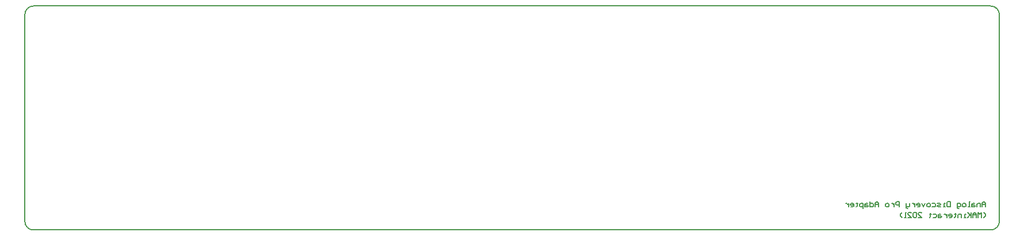
<source format=gbo>
G04*
G04 #@! TF.GenerationSoftware,Altium Limited,Altium Designer,21.9.2 (33)*
G04*
G04 Layer_Color=32896*
%FSLAX44Y44*%
%MOMM*%
G71*
G04*
G04 #@! TF.SameCoordinates,BC968A4A-1985-48CF-B565-52BB1D58B011*
G04*
G04*
G04 #@! TF.FilePolarity,Positive*
G04*
G01*
G75*
%ADD10C,0.1270*%
%ADD29C,0.1778*%
D10*
X-0Y12700D02*
G03*
X12700Y0I12700J0D01*
G01*
Y330200D02*
G03*
X0Y317500I0J-12700D01*
G01*
X1422400Y-0D02*
G03*
X1435100Y12700I0J12700D01*
G01*
X1435100Y317500D02*
G03*
X1422400Y330200I-12700J0D01*
G01*
X0Y12700D02*
Y317500D01*
X12700Y330200D02*
X1422400D01*
X12700Y0D02*
X1422400D01*
X1435100Y12700D02*
Y317500D01*
D29*
X1414780Y34235D02*
Y39314D01*
X1412241Y41853D01*
X1409702Y39314D01*
Y34235D01*
Y38044D01*
X1414780D01*
X1407162Y34235D02*
Y39314D01*
X1403354D01*
X1402084Y38044D01*
Y34235D01*
X1398275Y39314D02*
X1395736D01*
X1394467Y38044D01*
Y34235D01*
X1398275D01*
X1399545Y35505D01*
X1398275Y36775D01*
X1394467D01*
X1391927Y34235D02*
X1389388D01*
X1390658D01*
Y41853D01*
X1391927D01*
X1384310Y34235D02*
X1381771D01*
X1380501Y35505D01*
Y38044D01*
X1381771Y39314D01*
X1384310D01*
X1385579Y38044D01*
Y35505D01*
X1384310Y34235D01*
X1375423Y31696D02*
X1374153D01*
X1372884Y32966D01*
Y39314D01*
X1376692D01*
X1377962Y38044D01*
Y35505D01*
X1376692Y34235D01*
X1372884D01*
X1362727Y41853D02*
Y34235D01*
X1358918D01*
X1357648Y35505D01*
Y40583D01*
X1358918Y41853D01*
X1362727D01*
X1355109Y34235D02*
X1352570D01*
X1353840D01*
Y39314D01*
X1355109D01*
X1348761Y34235D02*
X1344953D01*
X1343683Y35505D01*
X1344953Y36775D01*
X1347492D01*
X1348761Y38044D01*
X1347492Y39314D01*
X1343683D01*
X1336066D02*
X1339874D01*
X1341144Y38044D01*
Y35505D01*
X1339874Y34235D01*
X1336066D01*
X1332257D02*
X1329718D01*
X1328448Y35505D01*
Y38044D01*
X1329718Y39314D01*
X1332257D01*
X1333526Y38044D01*
Y35505D01*
X1332257Y34235D01*
X1325909Y39314D02*
X1323370Y34235D01*
X1320830Y39314D01*
X1314482Y34235D02*
X1317022D01*
X1318291Y35505D01*
Y38044D01*
X1317022Y39314D01*
X1314482D01*
X1313213Y38044D01*
Y36775D01*
X1318291D01*
X1310674Y39314D02*
Y34235D01*
Y36775D01*
X1309404Y38044D01*
X1308134Y39314D01*
X1306865D01*
X1303056D02*
Y35505D01*
X1301787Y34235D01*
X1297978D01*
Y32966D01*
X1299247Y31696D01*
X1300517D01*
X1297978Y34235D02*
Y39314D01*
X1287821Y34235D02*
Y41853D01*
X1284012D01*
X1282743Y40583D01*
Y38044D01*
X1284012Y36775D01*
X1287821D01*
X1280204Y39314D02*
Y34235D01*
Y36775D01*
X1278934Y38044D01*
X1277664Y39314D01*
X1276395D01*
X1271316Y34235D02*
X1268777D01*
X1267508Y35505D01*
Y38044D01*
X1268777Y39314D01*
X1271316D01*
X1272586Y38044D01*
Y35505D01*
X1271316Y34235D01*
X1257351D02*
Y39314D01*
X1254812Y41853D01*
X1252273Y39314D01*
Y34235D01*
Y38044D01*
X1257351D01*
X1244655Y41853D02*
Y34235D01*
X1248464D01*
X1249733Y35505D01*
Y38044D01*
X1248464Y39314D01*
X1244655D01*
X1240846D02*
X1238307D01*
X1237038Y38044D01*
Y34235D01*
X1240846D01*
X1242116Y35505D01*
X1240846Y36775D01*
X1237038D01*
X1234498Y31696D02*
Y39314D01*
X1230689D01*
X1229420Y38044D01*
Y35505D01*
X1230689Y34235D01*
X1234498D01*
X1225611Y40583D02*
Y39314D01*
X1226881D01*
X1224342D01*
X1225611D01*
Y35505D01*
X1224342Y34235D01*
X1216724D02*
X1219263D01*
X1220533Y35505D01*
Y38044D01*
X1219263Y39314D01*
X1216724D01*
X1215454Y38044D01*
Y36775D01*
X1220533D01*
X1212915Y39314D02*
Y34235D01*
Y36775D01*
X1211646Y38044D01*
X1210376Y39314D01*
X1209107D01*
X1412241Y18288D02*
X1414780Y20827D01*
Y23366D01*
X1412241Y25905D01*
X1408432Y18288D02*
Y25905D01*
X1405893Y23366D01*
X1403354Y25905D01*
Y18288D01*
X1400815D02*
Y23366D01*
X1398275Y25905D01*
X1395736Y23366D01*
Y18288D01*
Y22097D01*
X1400815D01*
X1393197Y25905D02*
Y18288D01*
Y20827D01*
X1388119Y25905D01*
X1391927Y22097D01*
X1388119Y18288D01*
X1385579D02*
X1383040D01*
X1384310D01*
Y23366D01*
X1385579D01*
X1379232Y18288D02*
Y23366D01*
X1375423D01*
X1374153Y22097D01*
Y18288D01*
X1370344Y24636D02*
Y23366D01*
X1371614D01*
X1369075D01*
X1370344D01*
Y19558D01*
X1369075Y18288D01*
X1361457D02*
X1363996D01*
X1365266Y19558D01*
Y22097D01*
X1363996Y23366D01*
X1361457D01*
X1360188Y22097D01*
Y20827D01*
X1365266D01*
X1357648Y23366D02*
Y18288D01*
Y20827D01*
X1356379Y22097D01*
X1355109Y23366D01*
X1353840D01*
X1348761D02*
X1346222D01*
X1344953Y22097D01*
Y18288D01*
X1348761D01*
X1350031Y19558D01*
X1348761Y20827D01*
X1344953D01*
X1337335Y23366D02*
X1341144D01*
X1342413Y22097D01*
Y19558D01*
X1341144Y18288D01*
X1337335D01*
X1333526Y24636D02*
Y23366D01*
X1334796D01*
X1332257D01*
X1333526D01*
Y19558D01*
X1332257Y18288D01*
X1315752D02*
X1320830D01*
X1315752Y23366D01*
Y24636D01*
X1317022Y25905D01*
X1319561D01*
X1320830Y24636D01*
X1313213D02*
X1311943Y25905D01*
X1309404D01*
X1308134Y24636D01*
Y19558D01*
X1309404Y18288D01*
X1311943D01*
X1313213Y19558D01*
Y24636D01*
X1300517Y18288D02*
X1305595D01*
X1300517Y23366D01*
Y24636D01*
X1301787Y25905D01*
X1304326D01*
X1305595Y24636D01*
X1297978Y18288D02*
X1295439D01*
X1296708D01*
Y25905D01*
X1297978Y24636D01*
X1291630Y18288D02*
X1289091Y20827D01*
Y23366D01*
X1291630Y25905D01*
M02*

</source>
